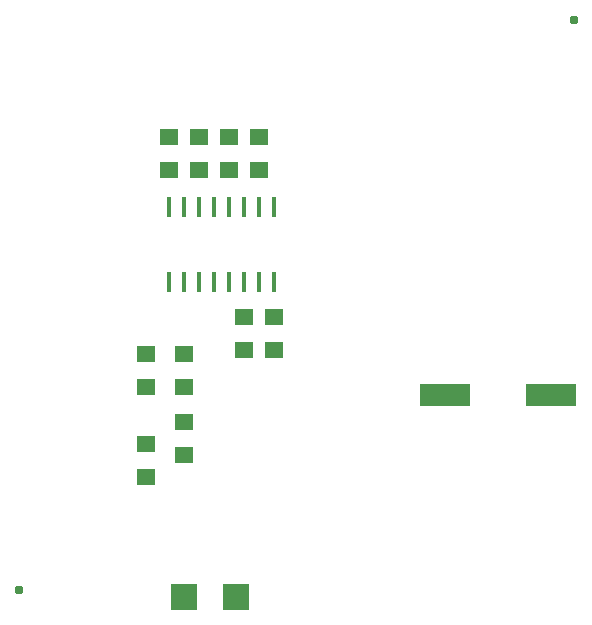
<source format=gbr>
G04 DipTrace 3.1.0.1*
G04 TopPaste.gbr*
%MOIN*%
G04 #@! TF.FileFunction,Paste,Top*
G04 #@! TF.Part,Single*
%ADD49C,0.031*%
%ADD51R,0.015622X0.07074*%
%ADD71R,0.086488X0.086488*%
%ADD73R,0.062866X0.054992*%
%ADD75R,0.169165X0.074677*%
%FSLAX26Y26*%
G04*
G70*
G90*
G75*
G01*
G04 TopPaste*
%LPD*%
D75*
X2294000Y1344000D3*
X1939669D3*
D73*
X1069000Y1144000D3*
Y1254236D3*
X1019000Y2204236D3*
Y2094000D3*
X1369000Y1604236D3*
Y1494000D3*
X1319000Y2094000D3*
Y2204236D3*
X1219000Y2094000D3*
Y2204236D3*
X1269000Y1604236D3*
Y1494000D3*
X1119000Y2094000D3*
Y2204236D3*
D71*
X1069000Y669000D3*
X1242228D3*
D73*
X1069000Y1479236D3*
Y1369000D3*
X944000D3*
Y1479236D3*
Y1069000D3*
Y1179236D3*
D51*
X1169000Y1969000D3*
X1118999D3*
Y1719000D3*
X1169000D3*
X1069000Y1969000D3*
X1018999D3*
Y1719000D3*
X1069000D3*
X1369000Y1969000D3*
X1318999D3*
Y1719000D3*
X1369000D3*
X1269000Y1969000D3*
X1218999D3*
Y1719000D3*
X1269000D3*
D49*
X519000Y694000D3*
X2369000Y2594000D3*
M02*

</source>
